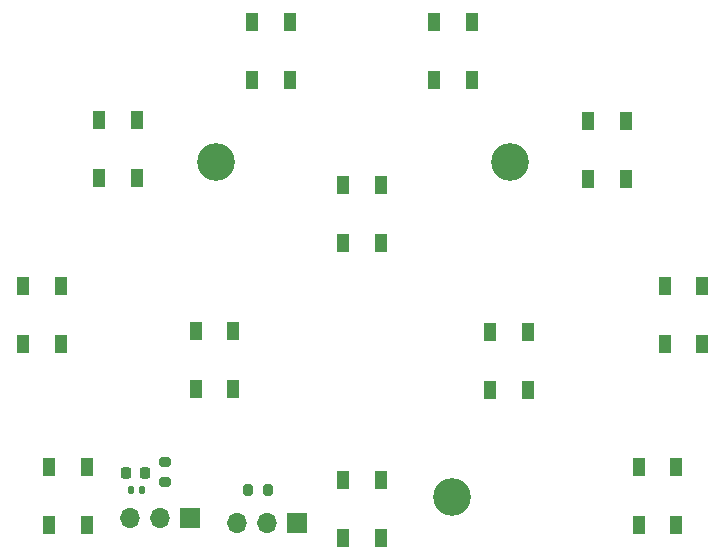
<source format=gts>
%TF.GenerationSoftware,KiCad,Pcbnew,6.0.4-6f826c9f35~116~ubuntu20.04.1*%
%TF.CreationDate,2022-04-29T21:32:22-06:00*%
%TF.ProjectId,circle-big,63697263-6c65-42d6-9269-672e6b696361,rev?*%
%TF.SameCoordinates,Original*%
%TF.FileFunction,Soldermask,Top*%
%TF.FilePolarity,Negative*%
%FSLAX46Y46*%
G04 Gerber Fmt 4.6, Leading zero omitted, Abs format (unit mm)*
G04 Created by KiCad (PCBNEW 6.0.4-6f826c9f35~116~ubuntu20.04.1) date 2022-04-29 21:32:22*
%MOMM*%
%LPD*%
G01*
G04 APERTURE LIST*
G04 Aperture macros list*
%AMRoundRect*
0 Rectangle with rounded corners*
0 $1 Rounding radius*
0 $2 $3 $4 $5 $6 $7 $8 $9 X,Y pos of 4 corners*
0 Add a 4 corners polygon primitive as box body*
4,1,4,$2,$3,$4,$5,$6,$7,$8,$9,$2,$3,0*
0 Add four circle primitives for the rounded corners*
1,1,$1+$1,$2,$3*
1,1,$1+$1,$4,$5*
1,1,$1+$1,$6,$7*
1,1,$1+$1,$8,$9*
0 Add four rect primitives between the rounded corners*
20,1,$1+$1,$2,$3,$4,$5,0*
20,1,$1+$1,$4,$5,$6,$7,0*
20,1,$1+$1,$6,$7,$8,$9,0*
20,1,$1+$1,$8,$9,$2,$3,0*%
G04 Aperture macros list end*
%ADD10R,1.000000X1.500000*%
%ADD11RoundRect,0.200000X-0.200000X-0.275000X0.200000X-0.275000X0.200000X0.275000X-0.200000X0.275000X0*%
%ADD12R,1.700000X1.700000*%
%ADD13O,1.700000X1.700000*%
%ADD14RoundRect,0.225000X-0.225000X-0.250000X0.225000X-0.250000X0.225000X0.250000X-0.225000X0.250000X0*%
%ADD15RoundRect,0.200000X0.275000X-0.200000X0.275000X0.200000X-0.275000X0.200000X-0.275000X-0.200000X0*%
%ADD16C,3.200000*%
%ADD17RoundRect,0.140000X-0.140000X-0.170000X0.140000X-0.170000X0.140000X0.170000X-0.140000X0.170000X0*%
G04 APERTURE END LIST*
D10*
%TO.C,D1*%
X21600000Y-61050000D03*
X24800000Y-61050000D03*
X24800000Y-56150000D03*
X21600000Y-56150000D03*
%TD*%
%TO.C,D11*%
X73700000Y-45750000D03*
X76900000Y-45750000D03*
X76900000Y-40850000D03*
X73700000Y-40850000D03*
%TD*%
%TO.C,D7*%
X46500000Y-37150000D03*
X49700000Y-37150000D03*
X49700000Y-32250000D03*
X46500000Y-32250000D03*
%TD*%
%TO.C,D3*%
X46500000Y-62150000D03*
X49700000Y-62150000D03*
X49700000Y-57250000D03*
X46500000Y-57250000D03*
%TD*%
%TO.C,D12*%
X71500000Y-61050000D03*
X74700000Y-61050000D03*
X74700000Y-56150000D03*
X71500000Y-56150000D03*
%TD*%
%TO.C,D10*%
X67200000Y-31750000D03*
X70400000Y-31750000D03*
X70400000Y-26850000D03*
X67200000Y-26850000D03*
%TD*%
D11*
%TO.C,R2*%
X38475000Y-58100000D03*
X40125000Y-58100000D03*
%TD*%
D10*
%TO.C,D2*%
X19400000Y-45750000D03*
X22600000Y-45750000D03*
X22600000Y-40850000D03*
X19400000Y-40850000D03*
%TD*%
D12*
%TO.C,J2*%
X42625000Y-60900000D03*
D13*
X40085000Y-60900000D03*
X37545000Y-60900000D03*
%TD*%
D14*
%TO.C,C1*%
X28125000Y-56700000D03*
X29675000Y-56700000D03*
%TD*%
D15*
%TO.C,R1*%
X31400000Y-57425000D03*
X31400000Y-55775000D03*
%TD*%
D16*
%TO.C,H1*%
X55707999Y-58700000D03*
%TD*%
%TO.C,H3*%
X60600000Y-30300000D03*
%TD*%
D10*
%TO.C,D4*%
X25800000Y-31650000D03*
X29000000Y-31650000D03*
X29000000Y-26750000D03*
X25800000Y-26750000D03*
%TD*%
%TO.C,D5*%
X58900000Y-49650000D03*
X62100000Y-49650000D03*
X62100000Y-44750000D03*
X58900000Y-44750000D03*
%TD*%
D17*
%TO.C,C2*%
X28520000Y-58100000D03*
X29480000Y-58100000D03*
%TD*%
D10*
%TO.C,D6*%
X38800000Y-23350000D03*
X42000000Y-23350000D03*
X42000000Y-18450000D03*
X38800000Y-18450000D03*
%TD*%
%TO.C,D9*%
X34000000Y-49550000D03*
X37200000Y-49550000D03*
X37200000Y-44650000D03*
X34000000Y-44650000D03*
%TD*%
D12*
%TO.C,J1*%
X33515000Y-60500000D03*
D13*
X30975000Y-60500000D03*
X28435000Y-60500000D03*
%TD*%
D10*
%TO.C,D8*%
X54200000Y-23350000D03*
X57400000Y-23350000D03*
X57400000Y-18450000D03*
X54200000Y-18450000D03*
%TD*%
D16*
%TO.C,H2*%
X35700000Y-30300000D03*
%TD*%
M02*

</source>
